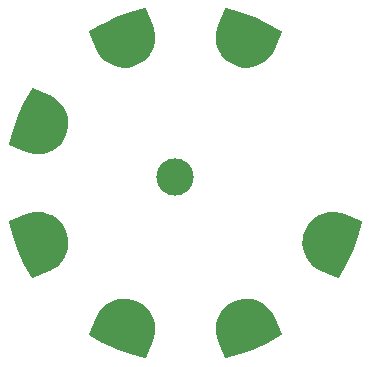
<source format=gbr>
G04 EAGLE Gerber RS-274X export*
G75*
%MOMM*%
%FSLAX34Y34*%
%LPD*%
%INSoldermask Bottom*%
%IPPOS*%
%AMOC8*
5,1,8,0,0,1.08239X$1,22.5*%
G01*
%ADD10C,3.152400*%
%ADD11C,2.692400*%

G36*
X-129377Y-80320D02*
X-129377Y-80320D01*
X-129352Y-80322D01*
X-129212Y-80287D01*
X-129181Y-80281D01*
X-129176Y-80278D01*
X-129170Y-80277D01*
X-115090Y-74445D01*
X-115073Y-74434D01*
X-115049Y-74426D01*
X-111809Y-72804D01*
X-111778Y-72781D01*
X-111731Y-72757D01*
X-108754Y-70691D01*
X-108733Y-70670D01*
X-108712Y-70657D01*
X-108705Y-70649D01*
X-108683Y-70634D01*
X-106031Y-68164D01*
X-106008Y-68134D01*
X-105969Y-68098D01*
X-103695Y-65276D01*
X-103677Y-65243D01*
X-103644Y-65202D01*
X-101794Y-62085D01*
X-101781Y-62049D01*
X-101754Y-62004D01*
X-100367Y-58656D01*
X-100359Y-58619D01*
X-100339Y-58570D01*
X-99442Y-55059D01*
X-99440Y-55021D01*
X-99426Y-54970D01*
X-99039Y-51366D01*
X-99042Y-51328D01*
X-99036Y-51276D01*
X-99165Y-47654D01*
X-99173Y-47617D01*
X-99175Y-47564D01*
X-99818Y-43998D01*
X-99831Y-43962D01*
X-99840Y-43910D01*
X-100985Y-40472D01*
X-101003Y-40438D01*
X-101020Y-40388D01*
X-102642Y-37147D01*
X-102665Y-37117D01*
X-102688Y-37069D01*
X-104755Y-34093D01*
X-104782Y-34066D01*
X-104812Y-34022D01*
X-107281Y-31370D01*
X-107312Y-31347D01*
X-107347Y-31308D01*
X-110169Y-29034D01*
X-110203Y-29016D01*
X-110243Y-28982D01*
X-113360Y-27133D01*
X-113396Y-27120D01*
X-113441Y-27093D01*
X-116789Y-25706D01*
X-116826Y-25698D01*
X-116875Y-25677D01*
X-120387Y-24781D01*
X-120425Y-24778D01*
X-120476Y-24765D01*
X-124079Y-24378D01*
X-124117Y-24380D01*
X-124169Y-24374D01*
X-127791Y-24504D01*
X-127828Y-24512D01*
X-127881Y-24513D01*
X-131447Y-25157D01*
X-131483Y-25170D01*
X-131535Y-25179D01*
X-134974Y-26324D01*
X-134991Y-26333D01*
X-135016Y-26340D01*
X-149096Y-32172D01*
X-149117Y-32185D01*
X-149140Y-32192D01*
X-149205Y-32241D01*
X-149264Y-32276D01*
X-149270Y-32283D01*
X-149285Y-32293D01*
X-149300Y-32312D01*
X-149319Y-32327D01*
X-149367Y-32401D01*
X-149374Y-32411D01*
X-149405Y-32450D01*
X-149407Y-32456D01*
X-149420Y-32472D01*
X-149427Y-32496D01*
X-149440Y-32516D01*
X-149458Y-32602D01*
X-149470Y-32641D01*
X-149477Y-32662D01*
X-149477Y-32665D01*
X-149484Y-32687D01*
X-149482Y-32712D01*
X-149487Y-32736D01*
X-149471Y-32878D01*
X-149471Y-32881D01*
X-149471Y-32887D01*
X-149470Y-32887D01*
X-149469Y-32911D01*
X-149467Y-32916D01*
X-149466Y-32922D01*
X-146163Y-45248D01*
X-146153Y-45270D01*
X-146147Y-45300D01*
X-141782Y-57291D01*
X-141770Y-57313D01*
X-141761Y-57343D01*
X-136368Y-68908D01*
X-136354Y-68928D01*
X-136343Y-68957D01*
X-129962Y-80008D01*
X-129947Y-80027D01*
X-129937Y-80049D01*
X-129875Y-80112D01*
X-129818Y-80179D01*
X-129796Y-80191D01*
X-129779Y-80209D01*
X-129699Y-80246D01*
X-129622Y-80289D01*
X-129598Y-80293D01*
X-129576Y-80304D01*
X-129488Y-80311D01*
X-129401Y-80325D01*
X-129377Y-80320D01*
G37*
G36*
X129414Y-80321D02*
X129414Y-80321D01*
X129438Y-80324D01*
X129524Y-80305D01*
X129612Y-80293D01*
X129633Y-80281D01*
X129657Y-80276D01*
X129731Y-80228D01*
X129809Y-80186D01*
X129825Y-80168D01*
X129846Y-80155D01*
X129935Y-80042D01*
X129957Y-80017D01*
X129958Y-80013D01*
X129962Y-80008D01*
X136343Y-68957D01*
X136351Y-68934D01*
X136368Y-68908D01*
X141761Y-57343D01*
X141767Y-57319D01*
X141782Y-57291D01*
X146147Y-45300D01*
X146151Y-45276D01*
X146163Y-45248D01*
X149466Y-32922D01*
X149468Y-32897D01*
X149477Y-32875D01*
X149477Y-32851D01*
X149477Y-32850D01*
X149477Y-32841D01*
X149477Y-32786D01*
X149485Y-32698D01*
X149478Y-32675D01*
X149478Y-32650D01*
X149471Y-32629D01*
X149471Y-32626D01*
X149460Y-32600D01*
X149448Y-32567D01*
X149425Y-32482D01*
X149410Y-32462D01*
X149402Y-32439D01*
X149389Y-32424D01*
X149386Y-32418D01*
X149349Y-32377D01*
X149345Y-32372D01*
X149293Y-32300D01*
X149273Y-32287D01*
X149257Y-32268D01*
X149241Y-32259D01*
X149235Y-32252D01*
X149201Y-32235D01*
X149133Y-32194D01*
X149106Y-32176D01*
X149101Y-32175D01*
X149096Y-32172D01*
X135016Y-26340D01*
X134996Y-26335D01*
X134974Y-26324D01*
X131535Y-25179D01*
X131519Y-25177D01*
X131511Y-25173D01*
X131482Y-25168D01*
X131447Y-25157D01*
X127881Y-24513D01*
X127843Y-24513D01*
X127791Y-24504D01*
X124169Y-24374D01*
X124132Y-24380D01*
X124079Y-24378D01*
X120476Y-24765D01*
X120439Y-24776D01*
X120387Y-24781D01*
X116875Y-25677D01*
X116840Y-25693D01*
X116789Y-25706D01*
X113441Y-27093D01*
X113409Y-27113D01*
X113360Y-27133D01*
X110243Y-28982D01*
X110215Y-29007D01*
X110169Y-29034D01*
X107347Y-31308D01*
X107322Y-31337D01*
X107281Y-31370D01*
X104812Y-34022D01*
X104791Y-34054D01*
X104755Y-34093D01*
X102688Y-37069D01*
X102672Y-37104D01*
X102642Y-37147D01*
X101020Y-40388D01*
X101009Y-40425D01*
X100985Y-40472D01*
X99840Y-43910D01*
X99835Y-43948D01*
X99818Y-43998D01*
X99175Y-47564D01*
X99175Y-47603D01*
X99165Y-47654D01*
X99036Y-51276D01*
X99041Y-51314D01*
X99039Y-51366D01*
X99426Y-54970D01*
X99437Y-55006D01*
X99442Y-55059D01*
X100339Y-58570D01*
X100354Y-58605D01*
X100367Y-58656D01*
X101754Y-62004D01*
X101775Y-62036D01*
X101794Y-62085D01*
X103644Y-65202D01*
X103669Y-65231D01*
X103695Y-65276D01*
X105969Y-68098D01*
X105998Y-68123D01*
X106031Y-68164D01*
X108683Y-70634D01*
X108715Y-70654D01*
X108726Y-70664D01*
X108741Y-70681D01*
X108747Y-70684D01*
X108754Y-70691D01*
X111731Y-72757D01*
X111765Y-72773D01*
X111809Y-72804D01*
X115049Y-74426D01*
X115069Y-74431D01*
X115090Y-74445D01*
X129170Y-80277D01*
X129194Y-80282D01*
X129216Y-80293D01*
X129303Y-80306D01*
X129390Y-80325D01*
X129414Y-80321D01*
G37*
G36*
X-33945Y-148208D02*
X-33945Y-148208D01*
X-33920Y-148208D01*
X-33837Y-148178D01*
X-33752Y-148155D01*
X-33732Y-148140D01*
X-33709Y-148132D01*
X-33642Y-148075D01*
X-33570Y-148023D01*
X-33557Y-148003D01*
X-33538Y-147987D01*
X-33464Y-147863D01*
X-33446Y-147836D01*
X-33445Y-147831D01*
X-33442Y-147826D01*
X-27610Y-133746D01*
X-27605Y-133726D01*
X-27594Y-133704D01*
X-26449Y-130265D01*
X-26444Y-130228D01*
X-26427Y-130177D01*
X-25783Y-126611D01*
X-25783Y-126573D01*
X-25774Y-126521D01*
X-25644Y-122899D01*
X-25650Y-122862D01*
X-25648Y-122809D01*
X-26035Y-119206D01*
X-26046Y-119169D01*
X-26051Y-119117D01*
X-26947Y-115605D01*
X-26963Y-115570D01*
X-26976Y-115519D01*
X-28363Y-112171D01*
X-28383Y-112139D01*
X-28403Y-112090D01*
X-30252Y-108973D01*
X-30277Y-108945D01*
X-30304Y-108899D01*
X-32578Y-106077D01*
X-32607Y-106052D01*
X-32640Y-106011D01*
X-35292Y-103542D01*
X-35324Y-103521D01*
X-35363Y-103485D01*
X-38339Y-101418D01*
X-38374Y-101402D01*
X-38417Y-101372D01*
X-41658Y-99750D01*
X-41695Y-99739D01*
X-41742Y-99715D01*
X-45180Y-98570D01*
X-45218Y-98565D01*
X-45268Y-98548D01*
X-48834Y-97905D01*
X-48873Y-97905D01*
X-48924Y-97895D01*
X-52546Y-97766D01*
X-52584Y-97771D01*
X-52636Y-97769D01*
X-56240Y-98156D01*
X-56276Y-98167D01*
X-56329Y-98172D01*
X-59840Y-99069D01*
X-59875Y-99084D01*
X-59926Y-99097D01*
X-63274Y-100484D01*
X-63306Y-100505D01*
X-63355Y-100524D01*
X-66472Y-102374D01*
X-66501Y-102399D01*
X-66546Y-102425D01*
X-69368Y-104699D01*
X-69393Y-104728D01*
X-69434Y-104761D01*
X-71904Y-107413D01*
X-71924Y-107445D01*
X-71961Y-107484D01*
X-74027Y-110461D01*
X-74037Y-110482D01*
X-74044Y-110491D01*
X-74048Y-110502D01*
X-74074Y-110539D01*
X-75696Y-113779D01*
X-75701Y-113799D01*
X-75715Y-113820D01*
X-81547Y-127900D01*
X-81552Y-127924D01*
X-81563Y-127946D01*
X-81576Y-128033D01*
X-81595Y-128120D01*
X-81591Y-128144D01*
X-81594Y-128168D01*
X-81575Y-128254D01*
X-81563Y-128342D01*
X-81551Y-128363D01*
X-81546Y-128387D01*
X-81498Y-128461D01*
X-81456Y-128539D01*
X-81438Y-128555D01*
X-81425Y-128576D01*
X-81312Y-128665D01*
X-81287Y-128687D01*
X-81283Y-128688D01*
X-81278Y-128692D01*
X-70227Y-135073D01*
X-70204Y-135081D01*
X-70178Y-135098D01*
X-58613Y-140491D01*
X-58589Y-140497D01*
X-58561Y-140512D01*
X-46570Y-144877D01*
X-46546Y-144881D01*
X-46518Y-144893D01*
X-34192Y-148196D01*
X-34167Y-148198D01*
X-34145Y-148207D01*
X-34056Y-148207D01*
X-33968Y-148215D01*
X-33945Y-148208D01*
G37*
G36*
X-48924Y97895D02*
X-48924Y97895D01*
X-48887Y97903D01*
X-48834Y97905D01*
X-45268Y98548D01*
X-45232Y98561D01*
X-45180Y98570D01*
X-41742Y99715D01*
X-41708Y99733D01*
X-41658Y99750D01*
X-38417Y101372D01*
X-38387Y101395D01*
X-38339Y101418D01*
X-35363Y103485D01*
X-35336Y103512D01*
X-35292Y103542D01*
X-32640Y106011D01*
X-32617Y106042D01*
X-32578Y106077D01*
X-30304Y108899D01*
X-30286Y108933D01*
X-30252Y108973D01*
X-28403Y112090D01*
X-28390Y112126D01*
X-28363Y112171D01*
X-26976Y115519D01*
X-26968Y115556D01*
X-26947Y115605D01*
X-26051Y119117D01*
X-26048Y119155D01*
X-26035Y119206D01*
X-25648Y122809D01*
X-25650Y122847D01*
X-25644Y122899D01*
X-25774Y126521D01*
X-25782Y126558D01*
X-25783Y126611D01*
X-26427Y130177D01*
X-26440Y130213D01*
X-26449Y130265D01*
X-27594Y133704D01*
X-27603Y133721D01*
X-27610Y133746D01*
X-33442Y147826D01*
X-33455Y147847D01*
X-33462Y147870D01*
X-33515Y147940D01*
X-33563Y148015D01*
X-33582Y148030D01*
X-33597Y148049D01*
X-33671Y148097D01*
X-33742Y148150D01*
X-33766Y148157D01*
X-33786Y148170D01*
X-33872Y148188D01*
X-33957Y148214D01*
X-33982Y148212D01*
X-34006Y148217D01*
X-34148Y148201D01*
X-34181Y148199D01*
X-34186Y148197D01*
X-34192Y148196D01*
X-46518Y144893D01*
X-46540Y144883D01*
X-46570Y144877D01*
X-58561Y140512D01*
X-58583Y140500D01*
X-58613Y140491D01*
X-70178Y135098D01*
X-70198Y135084D01*
X-70227Y135073D01*
X-81278Y128692D01*
X-81297Y128677D01*
X-81319Y128667D01*
X-81382Y128605D01*
X-81449Y128548D01*
X-81461Y128526D01*
X-81479Y128509D01*
X-81516Y128429D01*
X-81559Y128352D01*
X-81563Y128328D01*
X-81574Y128306D01*
X-81581Y128218D01*
X-81595Y128131D01*
X-81590Y128107D01*
X-81592Y128082D01*
X-81557Y127942D01*
X-81551Y127911D01*
X-81548Y127906D01*
X-81547Y127900D01*
X-75715Y113820D01*
X-75704Y113803D01*
X-75696Y113779D01*
X-74074Y110539D01*
X-74051Y110508D01*
X-74027Y110461D01*
X-71961Y107484D01*
X-71934Y107457D01*
X-71904Y107413D01*
X-69434Y104761D01*
X-69404Y104738D01*
X-69368Y104699D01*
X-66546Y102425D01*
X-66513Y102407D01*
X-66472Y102374D01*
X-63355Y100524D01*
X-63319Y100511D01*
X-63274Y100484D01*
X-59926Y99097D01*
X-59889Y99089D01*
X-59840Y99069D01*
X-56329Y98172D01*
X-56291Y98170D01*
X-56240Y98156D01*
X-52636Y97769D01*
X-52598Y97772D01*
X-52546Y97766D01*
X-48924Y97895D01*
G37*
G36*
X34148Y-148201D02*
X34148Y-148201D01*
X34181Y-148199D01*
X34186Y-148197D01*
X34192Y-148196D01*
X46518Y-144893D01*
X46540Y-144883D01*
X46570Y-144877D01*
X58561Y-140512D01*
X58583Y-140500D01*
X58613Y-140491D01*
X70178Y-135098D01*
X70198Y-135084D01*
X70227Y-135073D01*
X81278Y-128692D01*
X81297Y-128677D01*
X81319Y-128667D01*
X81382Y-128605D01*
X81449Y-128548D01*
X81461Y-128526D01*
X81479Y-128509D01*
X81516Y-128429D01*
X81559Y-128352D01*
X81563Y-128328D01*
X81574Y-128306D01*
X81581Y-128218D01*
X81595Y-128131D01*
X81590Y-128107D01*
X81592Y-128082D01*
X81557Y-127942D01*
X81551Y-127911D01*
X81548Y-127906D01*
X81547Y-127900D01*
X75715Y-113820D01*
X75704Y-113803D01*
X75696Y-113779D01*
X74074Y-110539D01*
X74051Y-110508D01*
X74027Y-110461D01*
X71961Y-107484D01*
X71934Y-107457D01*
X71904Y-107413D01*
X69434Y-104761D01*
X69404Y-104738D01*
X69368Y-104699D01*
X66546Y-102425D01*
X66513Y-102407D01*
X66472Y-102374D01*
X63355Y-100524D01*
X63319Y-100511D01*
X63274Y-100484D01*
X59926Y-99097D01*
X59889Y-99089D01*
X59840Y-99069D01*
X56329Y-98172D01*
X56291Y-98170D01*
X56240Y-98156D01*
X52636Y-97769D01*
X52598Y-97772D01*
X52546Y-97766D01*
X48924Y-97895D01*
X48887Y-97903D01*
X48834Y-97905D01*
X45268Y-98548D01*
X45232Y-98561D01*
X45180Y-98570D01*
X41742Y-99715D01*
X41708Y-99733D01*
X41658Y-99750D01*
X38417Y-101372D01*
X38387Y-101395D01*
X38339Y-101418D01*
X35363Y-103485D01*
X35336Y-103512D01*
X35292Y-103542D01*
X32640Y-106011D01*
X32617Y-106042D01*
X32578Y-106077D01*
X30304Y-108899D01*
X30286Y-108933D01*
X30252Y-108973D01*
X28403Y-112090D01*
X28390Y-112126D01*
X28363Y-112171D01*
X26976Y-115519D01*
X26968Y-115556D01*
X26947Y-115605D01*
X26051Y-119117D01*
X26048Y-119155D01*
X26035Y-119206D01*
X25648Y-122809D01*
X25650Y-122847D01*
X25644Y-122899D01*
X25774Y-126521D01*
X25782Y-126558D01*
X25783Y-126611D01*
X26427Y-130177D01*
X26440Y-130213D01*
X26449Y-130265D01*
X27594Y-133704D01*
X27603Y-133721D01*
X27610Y-133746D01*
X33442Y-147826D01*
X33455Y-147847D01*
X33462Y-147870D01*
X33515Y-147940D01*
X33563Y-148015D01*
X33582Y-148030D01*
X33597Y-148049D01*
X33671Y-148097D01*
X33742Y-148150D01*
X33766Y-148157D01*
X33786Y-148170D01*
X33872Y-148188D01*
X33957Y-148214D01*
X33982Y-148212D01*
X34006Y-148217D01*
X34148Y-148201D01*
G37*
G36*
X52584Y97771D02*
X52584Y97771D01*
X52636Y97769D01*
X56240Y98156D01*
X56276Y98167D01*
X56329Y98172D01*
X59840Y99069D01*
X59875Y99084D01*
X59926Y99097D01*
X63274Y100484D01*
X63306Y100505D01*
X63355Y100524D01*
X66472Y102374D01*
X66501Y102399D01*
X66546Y102425D01*
X69368Y104699D01*
X69393Y104728D01*
X69434Y104761D01*
X71904Y107413D01*
X71924Y107445D01*
X71961Y107484D01*
X74027Y110461D01*
X74043Y110495D01*
X74074Y110539D01*
X75696Y113779D01*
X75701Y113799D01*
X75715Y113820D01*
X81547Y127900D01*
X81552Y127924D01*
X81563Y127946D01*
X81576Y128033D01*
X81595Y128120D01*
X81591Y128144D01*
X81594Y128168D01*
X81575Y128254D01*
X81563Y128342D01*
X81551Y128363D01*
X81546Y128387D01*
X81498Y128461D01*
X81456Y128539D01*
X81438Y128555D01*
X81425Y128576D01*
X81312Y128665D01*
X81287Y128687D01*
X81283Y128688D01*
X81278Y128692D01*
X70227Y135073D01*
X70204Y135081D01*
X70178Y135098D01*
X58613Y140491D01*
X58589Y140497D01*
X58561Y140512D01*
X46570Y144877D01*
X46546Y144881D01*
X46518Y144893D01*
X34192Y148196D01*
X34167Y148198D01*
X34145Y148207D01*
X34056Y148207D01*
X33968Y148215D01*
X33945Y148208D01*
X33920Y148208D01*
X33837Y148178D01*
X33752Y148155D01*
X33732Y148140D01*
X33709Y148132D01*
X33642Y148075D01*
X33570Y148023D01*
X33557Y148003D01*
X33538Y147987D01*
X33464Y147863D01*
X33446Y147836D01*
X33445Y147831D01*
X33442Y147826D01*
X27610Y133746D01*
X27605Y133726D01*
X27594Y133704D01*
X26449Y130265D01*
X26444Y130228D01*
X26427Y130177D01*
X25783Y126611D01*
X25783Y126573D01*
X25774Y126521D01*
X25644Y122899D01*
X25650Y122862D01*
X25648Y122809D01*
X26035Y119206D01*
X26046Y119169D01*
X26051Y119117D01*
X26947Y115605D01*
X26963Y115570D01*
X26976Y115519D01*
X28363Y112171D01*
X28383Y112139D01*
X28403Y112090D01*
X30252Y108973D01*
X30277Y108945D01*
X30304Y108899D01*
X32578Y106077D01*
X32607Y106052D01*
X32640Y106011D01*
X35292Y103542D01*
X35324Y103521D01*
X35363Y103485D01*
X38339Y101418D01*
X38374Y101402D01*
X38417Y101372D01*
X41658Y99750D01*
X41695Y99739D01*
X41742Y99715D01*
X45180Y98570D01*
X45218Y98565D01*
X45268Y98548D01*
X48834Y97905D01*
X48873Y97905D01*
X48924Y97895D01*
X52546Y97766D01*
X52584Y97771D01*
G37*
G36*
X-124132Y24380D02*
X-124132Y24380D01*
X-124079Y24378D01*
X-120476Y24765D01*
X-120439Y24776D01*
X-120387Y24781D01*
X-116875Y25677D01*
X-116840Y25693D01*
X-116789Y25706D01*
X-113441Y27093D01*
X-113409Y27113D01*
X-113360Y27133D01*
X-110243Y28982D01*
X-110215Y29007D01*
X-110169Y29034D01*
X-107347Y31308D01*
X-107322Y31337D01*
X-107281Y31370D01*
X-104812Y34022D01*
X-104791Y34054D01*
X-104755Y34093D01*
X-102688Y37069D01*
X-102672Y37104D01*
X-102642Y37147D01*
X-101020Y40388D01*
X-101009Y40425D01*
X-100985Y40472D01*
X-99840Y43910D01*
X-99835Y43948D01*
X-99818Y43998D01*
X-99175Y47564D01*
X-99175Y47603D01*
X-99165Y47654D01*
X-99036Y51276D01*
X-99041Y51314D01*
X-99039Y51366D01*
X-99426Y54970D01*
X-99437Y55006D01*
X-99442Y55059D01*
X-100339Y58570D01*
X-100354Y58605D01*
X-100367Y58656D01*
X-101754Y62004D01*
X-101775Y62036D01*
X-101794Y62085D01*
X-103644Y65202D01*
X-103669Y65231D01*
X-103695Y65276D01*
X-105969Y68098D01*
X-105998Y68123D01*
X-106031Y68164D01*
X-108683Y70634D01*
X-108715Y70654D01*
X-108754Y70691D01*
X-111731Y72757D01*
X-111765Y72773D01*
X-111809Y72804D01*
X-115049Y74426D01*
X-115069Y74431D01*
X-115090Y74445D01*
X-129170Y80277D01*
X-129194Y80282D01*
X-129216Y80293D01*
X-129303Y80306D01*
X-129390Y80325D01*
X-129414Y80321D01*
X-129438Y80324D01*
X-129524Y80305D01*
X-129612Y80293D01*
X-129633Y80281D01*
X-129657Y80276D01*
X-129731Y80228D01*
X-129809Y80186D01*
X-129825Y80168D01*
X-129846Y80155D01*
X-129935Y80042D01*
X-129957Y80017D01*
X-129958Y80013D01*
X-129962Y80008D01*
X-136343Y68957D01*
X-136351Y68934D01*
X-136368Y68908D01*
X-141761Y57343D01*
X-141767Y57319D01*
X-141782Y57291D01*
X-146147Y45300D01*
X-146151Y45276D01*
X-146163Y45248D01*
X-149466Y32922D01*
X-149468Y32897D01*
X-149477Y32875D01*
X-149477Y32786D01*
X-149485Y32698D01*
X-149478Y32675D01*
X-149478Y32650D01*
X-149448Y32567D01*
X-149425Y32482D01*
X-149410Y32462D01*
X-149402Y32439D01*
X-149345Y32372D01*
X-149293Y32300D01*
X-149273Y32287D01*
X-149257Y32268D01*
X-149133Y32194D01*
X-149106Y32176D01*
X-149101Y32175D01*
X-149096Y32172D01*
X-135016Y26340D01*
X-134996Y26335D01*
X-134974Y26324D01*
X-131535Y25179D01*
X-131498Y25174D01*
X-131447Y25157D01*
X-127881Y24513D01*
X-127843Y24513D01*
X-127791Y24504D01*
X-124169Y24374D01*
X-124132Y24380D01*
G37*
D10*
X-8500Y5000D03*
D11*
X-48260Y-115570D03*
X116840Y-46990D03*
X-116840Y-46990D03*
X48260Y115570D03*
X48260Y-115570D03*
X-116840Y46990D03*
X-48260Y115570D03*
M02*

</source>
